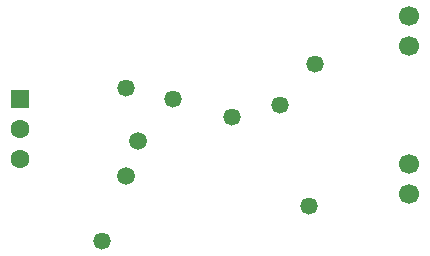
<source format=gbs>
G04*
G04 #@! TF.GenerationSoftware,Altium Limited,Altium Designer,25.2.1 (25)*
G04*
G04 Layer_Color=16711935*
%FSLAX42Y42*%
%MOMM*%
G71*
G04*
G04 #@! TF.SameCoordinates,54F93AE9-759C-433E-98B8-B0DEF80D149C*
G04*
G04*
G04 #@! TF.FilePolarity,Negative*
G04*
G01*
G75*
%ADD26C,1.70*%
%ADD27C,1.60*%
%ADD28R,1.60X1.60*%
%ADD29C,1.47*%
%ADD30C,1.50*%
D26*
X10100Y7446D02*
D03*
Y7700D02*
D03*
Y8954D02*
D03*
Y8700D02*
D03*
D27*
X6800Y7750D02*
D03*
Y8000D02*
D03*
D28*
Y8250D02*
D03*
D29*
X9250Y7350D02*
D03*
X9300Y8550D02*
D03*
X8100Y8250D02*
D03*
X7500Y7050D02*
D03*
X7700Y8350D02*
D03*
X8600Y8100D02*
D03*
X9000Y8200D02*
D03*
D30*
X7700Y7600D02*
D03*
X7800Y7900D02*
D03*
M02*

</source>
